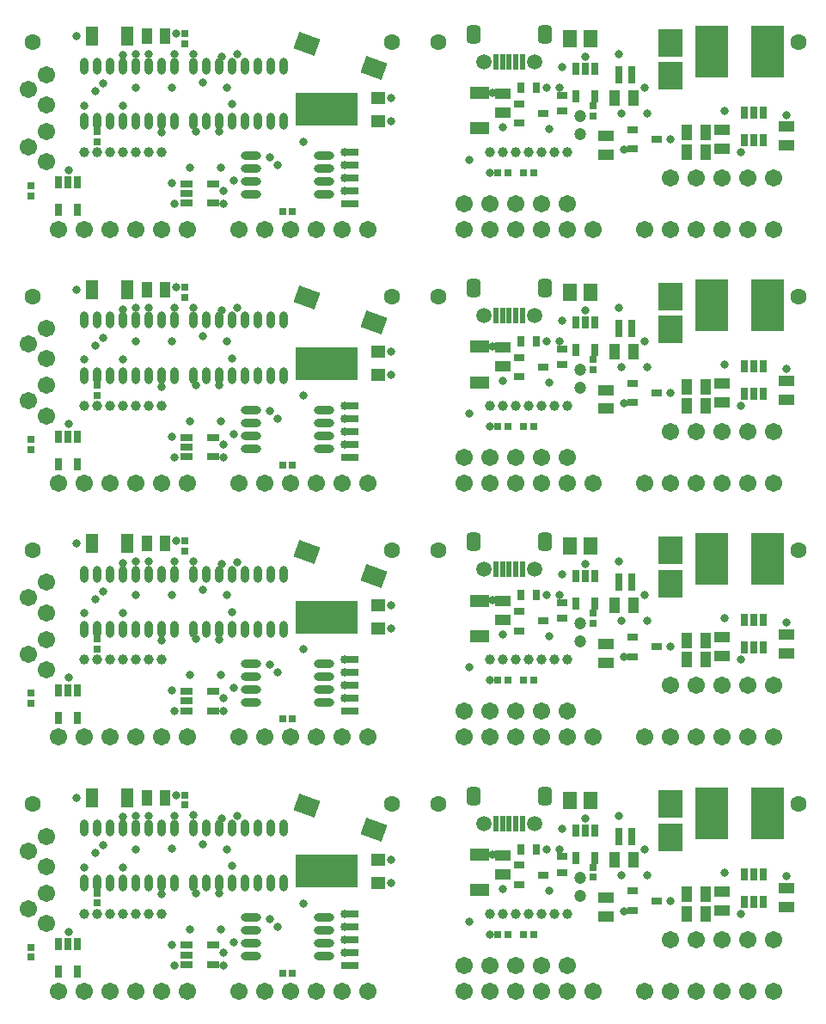
<source format=gts>
G04*
G04 #@! TF.GenerationSoftware,Altium Limited,Altium Designer,20.2.7 (254)*
G04*
G04 Layer_Color=8388736*
%FSLAX44Y44*%
%MOMM*%
G71*
G04*
G04 #@! TF.SameCoordinates,9E9914D9-28FD-47AE-AA4C-24E4B2164C89*
G04*
G04*
G04 #@! TF.FilePolarity,Negative*
G04*
G01*
G75*
%ADD38R,1.5032X1.1032*%
%ADD39R,0.6532X1.1032*%
%ADD40R,1.1032X0.6532*%
%ADD41R,1.1032X1.5032*%
%ADD42R,0.8032X1.1532*%
%ADD43R,1.1032X0.8032*%
%ADD44R,1.1532X0.8032*%
%ADD45O,2.0032X0.8032*%
%ADD46O,0.8032X1.6532*%
%ADD47R,1.4032X1.7272*%
%ADD48R,0.7532X1.7272*%
%ADD49R,3.2032X5.2032*%
%ADD50R,0.7532X0.6532*%
%ADD51R,0.6532X0.7532*%
G04:AMPARAMS|DCode=52|XSize=2.2032mm|YSize=1.7272mm|CornerRadius=0mm|HoleSize=0mm|Usage=FLASHONLY|Rotation=160.000|XOffset=0mm|YOffset=0mm|HoleType=Round|Shape=Rectangle|*
%AMROTATEDRECTD52*
4,1,4,1.3305,0.4348,0.7398,-1.1883,-1.3305,-0.4348,-0.7398,1.1883,1.3305,0.4348,0.0*
%
%ADD52ROTATEDRECTD52*%

%ADD53R,2.3532X2.7032*%
%ADD54R,1.2032X1.9532*%
%ADD55R,1.9532X1.2032*%
%ADD56R,0.6032X1.5532*%
%ADD57R,1.7272X0.7532*%
%ADD58R,1.4032X1.2032*%
%ADD59R,6.2032X3.2032*%
%ADD60C,1.7032*%
%ADD61C,1.2032*%
G04:AMPARAMS|DCode=62|XSize=1.4032mm|YSize=1.8032mm|CornerRadius=0.4016mm|HoleSize=0mm|Usage=FLASHONLY|Rotation=180.000|XOffset=0mm|YOffset=0mm|HoleType=Round|Shape=RoundedRectangle|*
%AMROUNDEDRECTD62*
21,1,1.4032,1.0000,0,0,180.0*
21,1,0.6000,1.8032,0,0,180.0*
1,1,0.8032,-0.3000,0.5000*
1,1,0.8032,0.3000,0.5000*
1,1,0.8032,0.3000,-0.5000*
1,1,0.8032,-0.3000,-0.5000*
%
%ADD62ROUNDEDRECTD62*%
%ADD63C,1.5032*%
%ADD64C,1.0032*%
%ADD65C,0.8032*%
%ADD66C,1.6032*%
D38*
X775600Y377950D02*
D03*
Y396450D02*
D03*
Y627950D02*
D03*
Y646450D02*
D03*
Y877950D02*
D03*
Y896450D02*
D03*
X496200Y410610D02*
D03*
Y429110D02*
D03*
Y660610D02*
D03*
Y679110D02*
D03*
Y910610D02*
D03*
Y929110D02*
D03*
X597800Y368700D02*
D03*
Y387200D02*
D03*
Y618700D02*
D03*
Y637200D02*
D03*
Y868700D02*
D03*
Y887200D02*
D03*
X712100Y375050D02*
D03*
Y393550D02*
D03*
Y625050D02*
D03*
Y643550D02*
D03*
Y875050D02*
D03*
Y893550D02*
D03*
X597800Y118700D02*
D03*
X775600Y127950D02*
D03*
X496200Y160610D02*
D03*
X712100Y125050D02*
D03*
X775600Y146450D02*
D03*
X496200Y179110D02*
D03*
X712100Y143550D02*
D03*
X597800Y137200D02*
D03*
D39*
X513850Y435100D02*
D03*
X529350D02*
D03*
X513850Y685100D02*
D03*
X529350D02*
D03*
X513850Y935100D02*
D03*
X529350D02*
D03*
Y185100D02*
D03*
X513850D02*
D03*
D40*
X554620Y412110D02*
D03*
Y427610D02*
D03*
Y662110D02*
D03*
Y677610D02*
D03*
Y912110D02*
D03*
Y927610D02*
D03*
Y162110D02*
D03*
Y177610D02*
D03*
D41*
X695950Y371600D02*
D03*
X677450D02*
D03*
X695950Y621600D02*
D03*
X677450D02*
D03*
X695950Y871600D02*
D03*
X677450D02*
D03*
X145370Y485900D02*
D03*
X163870D02*
D03*
X145370Y735900D02*
D03*
X163870D02*
D03*
X145370Y985900D02*
D03*
X163870D02*
D03*
X624830Y424940D02*
D03*
X606330D02*
D03*
X624830Y674940D02*
D03*
X606330D02*
D03*
X624830Y924940D02*
D03*
X606330D02*
D03*
X695950Y390650D02*
D03*
X677450D02*
D03*
X695950Y640650D02*
D03*
X677450D02*
D03*
X695950Y890650D02*
D03*
X677450D02*
D03*
Y121600D02*
D03*
Y140650D02*
D03*
X695950Y121600D02*
D03*
X163870Y235900D02*
D03*
X145370D02*
D03*
X606330Y174940D02*
D03*
X695950Y140650D02*
D03*
X624830Y174940D02*
D03*
D42*
X586980Y426680D02*
D03*
X567980D02*
D03*
Y453680D02*
D03*
X577480D02*
D03*
X586980D02*
D03*
Y676680D02*
D03*
X567980D02*
D03*
Y703680D02*
D03*
X577480D02*
D03*
X586980D02*
D03*
Y926680D02*
D03*
X567980D02*
D03*
Y953680D02*
D03*
X577480D02*
D03*
X586980D02*
D03*
X733900Y410500D02*
D03*
X743400D02*
D03*
X752900D02*
D03*
Y383500D02*
D03*
X743400D02*
D03*
X733900D02*
D03*
Y660500D02*
D03*
X743400D02*
D03*
X752900D02*
D03*
Y633500D02*
D03*
X743400D02*
D03*
X733900D02*
D03*
Y910500D02*
D03*
X743400D02*
D03*
X752900D02*
D03*
Y883500D02*
D03*
X743400D02*
D03*
X733900D02*
D03*
X77150Y314450D02*
D03*
X58150D02*
D03*
Y341450D02*
D03*
X67650D02*
D03*
X77150D02*
D03*
Y564450D02*
D03*
X58150D02*
D03*
Y591450D02*
D03*
X67650D02*
D03*
X77150D02*
D03*
Y814450D02*
D03*
X58150D02*
D03*
Y841450D02*
D03*
X67650D02*
D03*
X77150D02*
D03*
Y64450D02*
D03*
X567980Y203680D02*
D03*
X58150Y64450D02*
D03*
X67650Y91450D02*
D03*
X577480Y203680D02*
D03*
X743400Y133500D02*
D03*
X58150Y91450D02*
D03*
X752900Y160500D02*
D03*
X743400D02*
D03*
X586980Y203680D02*
D03*
X567980Y176680D02*
D03*
X586980D02*
D03*
X733900Y133500D02*
D03*
X752900D02*
D03*
X733900Y160500D02*
D03*
X77150Y91450D02*
D03*
D43*
X535640Y409700D02*
D03*
X512640Y400200D02*
D03*
Y419200D02*
D03*
X535640Y659700D02*
D03*
X512640Y650200D02*
D03*
Y669200D02*
D03*
X535640Y909700D02*
D03*
X512640Y900200D02*
D03*
Y919200D02*
D03*
X647400Y384300D02*
D03*
X624400Y374800D02*
D03*
Y393800D02*
D03*
X647400Y634300D02*
D03*
X624400Y624800D02*
D03*
Y643800D02*
D03*
X647400Y884300D02*
D03*
X624400Y874800D02*
D03*
Y893800D02*
D03*
X512640Y150200D02*
D03*
X535640Y159700D02*
D03*
X624400Y124800D02*
D03*
X512640Y169200D02*
D03*
X647400Y134300D02*
D03*
X624400Y143800D02*
D03*
D44*
X211300Y340460D02*
D03*
Y321460D02*
D03*
X184300D02*
D03*
Y330960D02*
D03*
Y340460D02*
D03*
X211300Y590460D02*
D03*
Y571460D02*
D03*
X184300D02*
D03*
Y580960D02*
D03*
Y590460D02*
D03*
X211300Y840460D02*
D03*
Y821460D02*
D03*
X184300D02*
D03*
Y830960D02*
D03*
Y840460D02*
D03*
X211300Y90460D02*
D03*
X184300Y71460D02*
D03*
X211300D02*
D03*
X184300Y80960D02*
D03*
Y90460D02*
D03*
D45*
X248160Y367790D02*
D03*
Y355090D02*
D03*
Y342390D02*
D03*
Y329690D02*
D03*
X320160Y367790D02*
D03*
Y355090D02*
D03*
Y342390D02*
D03*
Y329690D02*
D03*
X248160Y617790D02*
D03*
Y605090D02*
D03*
Y592390D02*
D03*
Y579690D02*
D03*
X320160Y617790D02*
D03*
Y605090D02*
D03*
Y592390D02*
D03*
Y579690D02*
D03*
X248160Y867790D02*
D03*
Y855090D02*
D03*
Y842390D02*
D03*
Y829690D02*
D03*
X320160Y867790D02*
D03*
Y855090D02*
D03*
Y842390D02*
D03*
Y829690D02*
D03*
X248160Y79690D02*
D03*
X320160Y105090D02*
D03*
Y117790D02*
D03*
X248160D02*
D03*
Y105090D02*
D03*
Y92390D02*
D03*
X320160Y79690D02*
D03*
Y92390D02*
D03*
D46*
X280350Y456000D02*
D03*
X267650D02*
D03*
X254950D02*
D03*
X242250D02*
D03*
X229550D02*
D03*
X216850D02*
D03*
X204150D02*
D03*
X191450D02*
D03*
X280350Y401500D02*
D03*
X267650D02*
D03*
X254950D02*
D03*
X242250D02*
D03*
X229550D02*
D03*
X216850D02*
D03*
X204150D02*
D03*
X191450D02*
D03*
X280350Y706000D02*
D03*
X267650D02*
D03*
X254950D02*
D03*
X242250D02*
D03*
X229550D02*
D03*
X216850D02*
D03*
X204150D02*
D03*
X191450D02*
D03*
X280350Y651500D02*
D03*
X267650D02*
D03*
X254950D02*
D03*
X242250D02*
D03*
X229550D02*
D03*
X216850D02*
D03*
X204150D02*
D03*
X191450D02*
D03*
X280350Y956000D02*
D03*
X267650D02*
D03*
X254950D02*
D03*
X242250D02*
D03*
X229550D02*
D03*
X216850D02*
D03*
X204150D02*
D03*
X191450D02*
D03*
X280350Y901500D02*
D03*
X267650D02*
D03*
X254950D02*
D03*
X242250D02*
D03*
X229550D02*
D03*
X216850D02*
D03*
X204150D02*
D03*
X191450D02*
D03*
X172400Y456000D02*
D03*
X159700D02*
D03*
X147000D02*
D03*
X134300D02*
D03*
X121600D02*
D03*
X108900D02*
D03*
X96200D02*
D03*
X83500D02*
D03*
X172400Y401500D02*
D03*
X159700D02*
D03*
X147000D02*
D03*
X134300D02*
D03*
X121600D02*
D03*
X108900D02*
D03*
X96200D02*
D03*
X83500D02*
D03*
X172400Y706000D02*
D03*
X159700D02*
D03*
X147000D02*
D03*
X134300D02*
D03*
X121600D02*
D03*
X108900D02*
D03*
X96200D02*
D03*
X83500D02*
D03*
X172400Y651500D02*
D03*
X159700D02*
D03*
X147000D02*
D03*
X134300D02*
D03*
X121600D02*
D03*
X108900D02*
D03*
X96200D02*
D03*
X83500D02*
D03*
X172400Y956000D02*
D03*
X159700D02*
D03*
X147000D02*
D03*
X134300D02*
D03*
X121600D02*
D03*
X108900D02*
D03*
X96200D02*
D03*
X83500D02*
D03*
X172400Y901500D02*
D03*
X159700D02*
D03*
X147000D02*
D03*
X134300D02*
D03*
X121600D02*
D03*
X108900D02*
D03*
X96200D02*
D03*
X83500D02*
D03*
X191450Y206000D02*
D03*
X134300D02*
D03*
X83500D02*
D03*
X96200D02*
D03*
X83500Y151500D02*
D03*
X96200D02*
D03*
X242250Y206000D02*
D03*
X121600Y151500D02*
D03*
X229550Y206000D02*
D03*
X204150Y151500D02*
D03*
X108900Y206000D02*
D03*
X254950Y151500D02*
D03*
X267650D02*
D03*
X280350D02*
D03*
X147000D02*
D03*
X159700D02*
D03*
X172400D02*
D03*
X121600Y206000D02*
D03*
X191450Y151500D02*
D03*
X216850D02*
D03*
X147000Y206000D02*
D03*
X229550Y151500D02*
D03*
X204150Y206000D02*
D03*
X216850D02*
D03*
X280350D02*
D03*
X267650D02*
D03*
X254950D02*
D03*
X108900Y151500D02*
D03*
X134300D02*
D03*
X242250D02*
D03*
X172400Y206000D02*
D03*
X159700D02*
D03*
D47*
X582240Y483360D02*
D03*
X562240D02*
D03*
X582240Y733360D02*
D03*
X562240D02*
D03*
X582240Y983360D02*
D03*
X562240D02*
D03*
Y233360D02*
D03*
X582240D02*
D03*
D48*
X610500Y447800D02*
D03*
X623200D02*
D03*
X610500Y697800D02*
D03*
X623200D02*
D03*
X610500Y947800D02*
D03*
X623200D02*
D03*
X610500Y197800D02*
D03*
X623200D02*
D03*
D49*
X756940Y470660D02*
D03*
X701940D02*
D03*
X756940Y720660D02*
D03*
X701940D02*
D03*
X756940Y970660D02*
D03*
X701940D02*
D03*
X756940Y220660D02*
D03*
X701940D02*
D03*
D50*
X585100Y417240D02*
D03*
Y407240D02*
D03*
Y667240D02*
D03*
Y657240D02*
D03*
Y917240D02*
D03*
Y907240D02*
D03*
X96200Y391840D02*
D03*
Y381840D02*
D03*
Y641840D02*
D03*
Y631840D02*
D03*
Y891840D02*
D03*
Y881840D02*
D03*
X31430Y338580D02*
D03*
Y328580D02*
D03*
Y588580D02*
D03*
Y578580D02*
D03*
Y838580D02*
D03*
Y828580D02*
D03*
X182560Y478360D02*
D03*
Y488360D02*
D03*
Y728360D02*
D03*
Y738360D02*
D03*
Y978360D02*
D03*
Y988360D02*
D03*
X96200Y131840D02*
D03*
Y141840D02*
D03*
X31430Y78580D02*
D03*
X182560Y238360D02*
D03*
X585100Y157240D02*
D03*
Y167240D02*
D03*
X182560Y228360D02*
D03*
X31430Y88580D02*
D03*
D51*
X501280Y351280D02*
D03*
X491280D02*
D03*
X501280Y601280D02*
D03*
X491280D02*
D03*
X501280Y851280D02*
D03*
X491280D02*
D03*
X526600Y351280D02*
D03*
X516600D02*
D03*
X526600Y601280D02*
D03*
X516600D02*
D03*
X526600Y851280D02*
D03*
X516600D02*
D03*
X289160Y313180D02*
D03*
X279160D02*
D03*
X289160Y563180D02*
D03*
X279160D02*
D03*
X289160Y813180D02*
D03*
X279160D02*
D03*
Y63180D02*
D03*
X501280Y101280D02*
D03*
X516600D02*
D03*
X526600D02*
D03*
X491280D02*
D03*
X289160Y63180D02*
D03*
D52*
X369250Y454150D02*
D03*
X303472Y478091D02*
D03*
X369250Y704150D02*
D03*
X303472Y728091D02*
D03*
X369250Y954150D02*
D03*
X303472Y978091D02*
D03*
Y228091D02*
D03*
X369250Y204150D02*
D03*
D53*
X661300Y479290D02*
D03*
Y446790D02*
D03*
Y729290D02*
D03*
Y696790D02*
D03*
Y979290D02*
D03*
Y946790D02*
D03*
Y196790D02*
D03*
Y229290D02*
D03*
D54*
X91400Y485900D02*
D03*
X126400D02*
D03*
X91400Y735900D02*
D03*
X126400D02*
D03*
X91400Y985900D02*
D03*
X126400D02*
D03*
Y235900D02*
D03*
X91400D02*
D03*
D55*
X473340Y394740D02*
D03*
Y429740D02*
D03*
Y644740D02*
D03*
Y679740D02*
D03*
Y894740D02*
D03*
Y929740D02*
D03*
Y144740D02*
D03*
Y179740D02*
D03*
D56*
X515400Y460500D02*
D03*
X489400D02*
D03*
X495900D02*
D03*
X502400D02*
D03*
X508900D02*
D03*
X515400Y710500D02*
D03*
X489400D02*
D03*
X495900D02*
D03*
X502400D02*
D03*
X508900D02*
D03*
X515400Y960500D02*
D03*
X489400D02*
D03*
X495900D02*
D03*
X502400D02*
D03*
X508900D02*
D03*
X489400Y210500D02*
D03*
X515400D02*
D03*
X508900D02*
D03*
X502400D02*
D03*
X495900D02*
D03*
D57*
X345120Y358900D02*
D03*
Y346200D02*
D03*
Y333500D02*
D03*
Y320800D02*
D03*
Y371600D02*
D03*
Y608900D02*
D03*
Y596200D02*
D03*
Y583500D02*
D03*
Y570800D02*
D03*
Y621600D02*
D03*
Y858900D02*
D03*
Y846200D02*
D03*
Y833500D02*
D03*
Y820800D02*
D03*
Y871600D02*
D03*
Y83500D02*
D03*
Y121600D02*
D03*
Y108900D02*
D03*
Y96200D02*
D03*
Y70800D02*
D03*
D58*
X373060Y402080D02*
D03*
Y424940D02*
D03*
Y652080D02*
D03*
Y674940D02*
D03*
Y902080D02*
D03*
Y924940D02*
D03*
Y152080D02*
D03*
Y174940D02*
D03*
D59*
X323060Y413510D02*
D03*
Y663510D02*
D03*
Y913510D02*
D03*
Y163510D02*
D03*
D60*
X762900Y545400D02*
D03*
X737500D02*
D03*
X712100D02*
D03*
X686700D02*
D03*
X661300D02*
D03*
X635900D02*
D03*
X762900Y295400D02*
D03*
X737500D02*
D03*
X712100D02*
D03*
X686700D02*
D03*
X661300D02*
D03*
X635900D02*
D03*
X762900Y795400D02*
D03*
X737500D02*
D03*
X712100D02*
D03*
X686700D02*
D03*
X661300D02*
D03*
X635900D02*
D03*
X585100Y295400D02*
D03*
X559700D02*
D03*
X534300D02*
D03*
X508900D02*
D03*
X483500D02*
D03*
X458100D02*
D03*
X585100Y545400D02*
D03*
X559700D02*
D03*
X534300D02*
D03*
X508900D02*
D03*
X483500D02*
D03*
X458100D02*
D03*
X585100Y795400D02*
D03*
X559700D02*
D03*
X534300D02*
D03*
X508900D02*
D03*
X483500D02*
D03*
X458100D02*
D03*
X362900Y295400D02*
D03*
X337500D02*
D03*
X312100D02*
D03*
X286700D02*
D03*
X261300D02*
D03*
X235900D02*
D03*
X362900Y545400D02*
D03*
X337500D02*
D03*
X312100D02*
D03*
X286700D02*
D03*
X261300D02*
D03*
X235900D02*
D03*
X362900Y795400D02*
D03*
X337500D02*
D03*
X312100D02*
D03*
X286700D02*
D03*
X261300D02*
D03*
X235900D02*
D03*
X185100Y295400D02*
D03*
X159700D02*
D03*
X134300D02*
D03*
X108900D02*
D03*
X83500D02*
D03*
X58100D02*
D03*
X185100Y545400D02*
D03*
X159700D02*
D03*
X134300D02*
D03*
X108900D02*
D03*
X83500D02*
D03*
X58100D02*
D03*
X185100Y795400D02*
D03*
X159700D02*
D03*
X134300D02*
D03*
X108900D02*
D03*
X83500D02*
D03*
X58100D02*
D03*
X47066Y447800D02*
D03*
X29066Y432800D02*
D03*
X47066Y417800D02*
D03*
Y697800D02*
D03*
X29066Y682800D02*
D03*
X47066Y667800D02*
D03*
Y947800D02*
D03*
X29066Y932800D02*
D03*
X47066Y917800D02*
D03*
X46846Y391680D02*
D03*
Y361680D02*
D03*
X28846Y376680D02*
D03*
X46846Y641680D02*
D03*
Y611680D02*
D03*
X28846Y626680D02*
D03*
X46846Y891680D02*
D03*
Y861680D02*
D03*
X28846Y876680D02*
D03*
X559700Y320800D02*
D03*
X534300D02*
D03*
X508900D02*
D03*
X483500D02*
D03*
X458100D02*
D03*
X559700Y570800D02*
D03*
X534300D02*
D03*
X508900D02*
D03*
X483500D02*
D03*
X458100D02*
D03*
X559700Y820800D02*
D03*
X534300D02*
D03*
X508900D02*
D03*
X483500D02*
D03*
X458100D02*
D03*
X762900Y346200D02*
D03*
X737500D02*
D03*
X712100D02*
D03*
X686700D02*
D03*
X661300D02*
D03*
X762900Y596200D02*
D03*
X737500D02*
D03*
X712100D02*
D03*
X686700D02*
D03*
X661300D02*
D03*
X762900Y846200D02*
D03*
X737500D02*
D03*
X712100D02*
D03*
X686700D02*
D03*
X661300D02*
D03*
X762900Y96200D02*
D03*
X661300D02*
D03*
X312100Y45400D02*
D03*
X134300D02*
D03*
X47066Y167800D02*
D03*
X46846Y141680D02*
D03*
X58100Y45400D02*
D03*
X235900D02*
D03*
X185100D02*
D03*
X712100Y96200D02*
D03*
X261300Y45400D02*
D03*
X83500D02*
D03*
X47066Y197800D02*
D03*
X286700Y45400D02*
D03*
X108900D02*
D03*
X635900D02*
D03*
X458100D02*
D03*
Y70800D02*
D03*
X661300Y45400D02*
D03*
X483500D02*
D03*
Y70800D02*
D03*
X686700Y45400D02*
D03*
X508900D02*
D03*
Y70800D02*
D03*
X712100Y45400D02*
D03*
X534300D02*
D03*
Y70800D02*
D03*
X737500Y45400D02*
D03*
X559700D02*
D03*
Y70800D02*
D03*
X46846Y111680D02*
D03*
X686700Y96200D02*
D03*
X737500D02*
D03*
X337500Y45400D02*
D03*
X159700D02*
D03*
X762900D02*
D03*
X585100D02*
D03*
X362900D02*
D03*
X29066Y182800D02*
D03*
X28846Y126680D02*
D03*
D61*
X572400Y389380D02*
D03*
Y407160D02*
D03*
Y639380D02*
D03*
Y657160D02*
D03*
Y889380D02*
D03*
Y907160D02*
D03*
Y157160D02*
D03*
Y139380D02*
D03*
D62*
X467400Y487500D02*
D03*
X537400D02*
D03*
X467400Y737500D02*
D03*
X537400D02*
D03*
X467400Y987500D02*
D03*
X537400D02*
D03*
Y237500D02*
D03*
X467400D02*
D03*
D63*
X527400Y460500D02*
D03*
X477400D02*
D03*
X527400Y710500D02*
D03*
X477400D02*
D03*
X527400Y960500D02*
D03*
X477400D02*
D03*
Y210500D02*
D03*
X527400D02*
D03*
D64*
X559700Y371600D02*
D03*
X547000D02*
D03*
X534300D02*
D03*
X521600D02*
D03*
X508900D02*
D03*
X496200D02*
D03*
X483500D02*
D03*
X559700Y621600D02*
D03*
X547000D02*
D03*
X534300D02*
D03*
X521600D02*
D03*
X508900D02*
D03*
X496200D02*
D03*
X483500D02*
D03*
X559700Y871600D02*
D03*
X547000D02*
D03*
X534300D02*
D03*
X521600D02*
D03*
X508900D02*
D03*
X496200D02*
D03*
X483500D02*
D03*
X159700Y371600D02*
D03*
X147000D02*
D03*
X134300D02*
D03*
X121600D02*
D03*
X108900D02*
D03*
X96200D02*
D03*
X83500D02*
D03*
X159700Y621600D02*
D03*
X147000D02*
D03*
X134300D02*
D03*
X121600D02*
D03*
X108900D02*
D03*
X96200D02*
D03*
X83500D02*
D03*
X159700Y871600D02*
D03*
X147000D02*
D03*
X134300D02*
D03*
X121600D02*
D03*
X108900D02*
D03*
X96200D02*
D03*
X83500D02*
D03*
X496200Y121600D02*
D03*
X96200D02*
D03*
X483500D02*
D03*
X83500D02*
D03*
X508900D02*
D03*
X108900D02*
D03*
X559700D02*
D03*
X159700D02*
D03*
X534300D02*
D03*
X134300D02*
D03*
X521600D02*
D03*
X547000D02*
D03*
X121600D02*
D03*
X147000D02*
D03*
D65*
X220660Y83500D02*
D03*
X610500Y218120D02*
D03*
X554620Y205420D02*
D03*
X539380Y185100D02*
D03*
X463180Y113980D02*
D03*
X615580Y124140D02*
D03*
X169860Y91120D02*
D03*
X68260Y103820D02*
D03*
X775600Y158157D02*
D03*
X661300Y134300D02*
D03*
X147000Y218120D02*
D03*
X200340Y190180D02*
D03*
X230820Y93660D02*
D03*
X299400Y131760D02*
D03*
X218120Y106360D02*
D03*
X75880Y235900D02*
D03*
X172400Y218120D02*
D03*
X134300D02*
D03*
Y185100D02*
D03*
X191450Y218317D02*
D03*
X94930Y181290D02*
D03*
X274000Y108900D02*
D03*
X83500Y167320D02*
D03*
X577480Y215580D02*
D03*
X541920Y144460D02*
D03*
X496200Y146090D02*
D03*
X552080Y185100D02*
D03*
X174445Y238360D02*
D03*
X121600Y216850D02*
D03*
X159700Y140650D02*
D03*
X229550Y168590D02*
D03*
X172400Y70800D02*
D03*
X340040Y121600D02*
D03*
X193990Y141920D02*
D03*
X340040Y108900D02*
D03*
X613040Y159700D02*
D03*
X638440D02*
D03*
X169860Y185270D02*
D03*
X340040Y96200D02*
D03*
X216607Y141750D02*
D03*
X714640Y162240D02*
D03*
X731150Y121600D02*
D03*
X635900Y185100D02*
D03*
X340040Y83500D02*
D03*
X234630Y217950D02*
D03*
X220660Y70800D02*
D03*
X486040Y180020D02*
D03*
X483500Y101280D02*
D03*
X102550Y188910D02*
D03*
X187640Y106360D02*
D03*
X266380Y116520D02*
D03*
X219390Y215580D02*
D03*
X224470Y185100D02*
D03*
X121600Y167320D02*
D03*
X775600Y908157D02*
D03*
X661300Y884300D02*
D03*
X731150Y871600D02*
D03*
X615580Y874140D02*
D03*
X714640Y912240D02*
D03*
X577480Y965580D02*
D03*
X539380Y935100D02*
D03*
X554620Y955420D02*
D03*
X486040Y930020D02*
D03*
X496200Y896090D02*
D03*
X541920Y894460D02*
D03*
X635900Y935100D02*
D03*
X638440Y909700D02*
D03*
X610500Y968120D02*
D03*
X552080Y935100D02*
D03*
X483500Y851280D02*
D03*
X463180Y863980D02*
D03*
X613040Y909700D02*
D03*
X775600Y658157D02*
D03*
X661300Y634300D02*
D03*
X731150Y621600D02*
D03*
X615580Y624140D02*
D03*
X714640Y662240D02*
D03*
X577480Y715580D02*
D03*
X539380Y685100D02*
D03*
X554620Y705420D02*
D03*
X486040Y680020D02*
D03*
X496200Y646090D02*
D03*
X541920Y644460D02*
D03*
X635900Y685100D02*
D03*
X638440Y659700D02*
D03*
X610500Y718120D02*
D03*
X552080Y685100D02*
D03*
X483500Y601280D02*
D03*
X463180Y613980D02*
D03*
X613040Y659700D02*
D03*
X775600Y408157D02*
D03*
X661300Y384300D02*
D03*
X731150Y371600D02*
D03*
X615580Y374140D02*
D03*
X714640Y412240D02*
D03*
X577480Y465580D02*
D03*
X539380Y435100D02*
D03*
X554620Y455420D02*
D03*
X486040Y430020D02*
D03*
X496200Y396090D02*
D03*
X541920Y394460D02*
D03*
X635900Y435100D02*
D03*
X638440Y409700D02*
D03*
X610500Y468120D02*
D03*
X552080Y435100D02*
D03*
X483500Y351280D02*
D03*
X463180Y363980D02*
D03*
X613040Y409700D02*
D03*
X172400Y820800D02*
D03*
X159700Y890650D02*
D03*
X121600Y966850D02*
D03*
Y917320D02*
D03*
X134300Y968120D02*
D03*
X340040Y858900D02*
D03*
Y846200D02*
D03*
Y833500D02*
D03*
Y871600D02*
D03*
X220660Y820800D02*
D03*
Y833500D02*
D03*
X134300Y935100D02*
D03*
X191450Y968317D02*
D03*
X274000Y858900D02*
D03*
X218120Y856360D02*
D03*
X216607Y891750D02*
D03*
X169860Y935270D02*
D03*
X224470Y935100D02*
D03*
X193990Y891920D02*
D03*
X229550Y918590D02*
D03*
X187640Y856360D02*
D03*
X385760Y902080D02*
D03*
Y924940D02*
D03*
X68260Y853820D02*
D03*
X169860Y841120D02*
D03*
X147000Y968120D02*
D03*
X75880Y985900D02*
D03*
X174445Y988360D02*
D03*
X219390Y965580D02*
D03*
X234630Y967950D02*
D03*
X230820Y843660D02*
D03*
X299400Y881760D02*
D03*
X172400Y968120D02*
D03*
X94930Y931290D02*
D03*
X102550Y938910D02*
D03*
X83500Y917320D02*
D03*
X200340Y940180D02*
D03*
X266380Y866520D02*
D03*
X172400Y570800D02*
D03*
X159700Y640650D02*
D03*
X121600Y716850D02*
D03*
Y667320D02*
D03*
X134300Y718120D02*
D03*
X340040Y608900D02*
D03*
Y596200D02*
D03*
Y583500D02*
D03*
Y621600D02*
D03*
X220660Y570800D02*
D03*
Y583500D02*
D03*
X134300Y685100D02*
D03*
X191450Y718317D02*
D03*
X274000Y608900D02*
D03*
X218120Y606360D02*
D03*
X216607Y641750D02*
D03*
X169860Y685270D02*
D03*
X224470Y685100D02*
D03*
X193990Y641920D02*
D03*
X229550Y668590D02*
D03*
X187640Y606360D02*
D03*
X385760Y652080D02*
D03*
Y674940D02*
D03*
X68260Y603820D02*
D03*
X169860Y591120D02*
D03*
X147000Y718120D02*
D03*
X75880Y735900D02*
D03*
X174445Y738360D02*
D03*
X219390Y715580D02*
D03*
X234630Y717950D02*
D03*
X230820Y593660D02*
D03*
X299400Y631760D02*
D03*
X172400Y718120D02*
D03*
X94930Y681290D02*
D03*
X102550Y688910D02*
D03*
X83500Y667320D02*
D03*
X200340Y690180D02*
D03*
X266380Y616520D02*
D03*
X172400Y320800D02*
D03*
X159700Y390650D02*
D03*
X121600Y466850D02*
D03*
Y417320D02*
D03*
X134300Y468120D02*
D03*
X340040Y358900D02*
D03*
Y346200D02*
D03*
Y333500D02*
D03*
Y371600D02*
D03*
X220660Y320800D02*
D03*
Y333500D02*
D03*
X134300Y435100D02*
D03*
X191450Y468317D02*
D03*
X274000Y358900D02*
D03*
X218120Y356360D02*
D03*
X216607Y391750D02*
D03*
X169860Y435270D02*
D03*
X224470Y435100D02*
D03*
X193990Y391920D02*
D03*
X229550Y418590D02*
D03*
X187640Y356360D02*
D03*
X385760Y402080D02*
D03*
Y424940D02*
D03*
X68260Y353820D02*
D03*
X169860Y341120D02*
D03*
X147000Y468120D02*
D03*
X75880Y485900D02*
D03*
X174445Y488360D02*
D03*
X219390Y465580D02*
D03*
X234630Y467950D02*
D03*
X230820Y343660D02*
D03*
X299400Y381760D02*
D03*
X172400Y468120D02*
D03*
X94930Y431290D02*
D03*
X102550Y438910D02*
D03*
X83500Y417320D02*
D03*
X200340Y440180D02*
D03*
X266380Y366520D02*
D03*
X385760Y152080D02*
D03*
Y174940D02*
D03*
D66*
X787300Y979550D02*
D03*
X432700D02*
D03*
X787300Y729550D02*
D03*
X432700D02*
D03*
X787300Y479550D02*
D03*
X432700D02*
D03*
X787300Y229550D02*
D03*
X432700D02*
D03*
X32700Y979550D02*
D03*
X387300D02*
D03*
X32700Y729550D02*
D03*
X387300D02*
D03*
X32700Y479550D02*
D03*
X387300D02*
D03*
X32700Y229550D02*
D03*
X387300D02*
D03*
M02*

</source>
